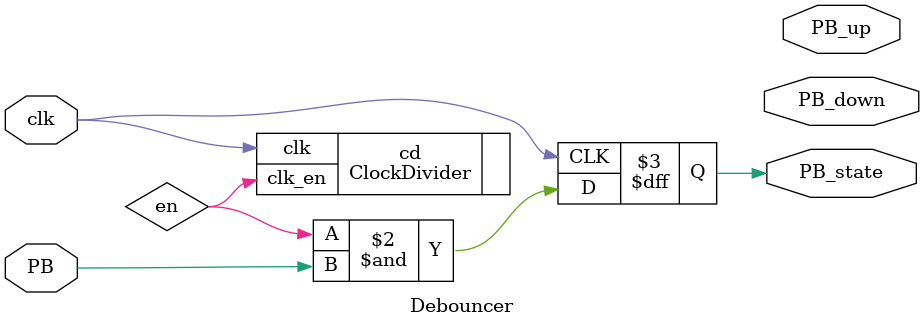
<source format=sv>
module Debouncer(
    input clk,
    input PB,  // "PB" is the glitchy, asynchronous to clk, active low push-button signal

    // from which we make three outputs, all synchronous to the clock
    output reg PB_state,  // 1 as long as the push-button is active (down)
    output PB_down,  // 1 for one clock cycle when the push-button goes down (i.e. just pushed)
    output PB_up   // 1 for one clock cycle when the push-button goes up (i.e. just released)
);
    bit en;
    ClockDivider #(16) cd(.clk(clk), .clk_en(en));
    
    always_ff @(posedge clk) PB_state <= en & PB;
endmodule
</source>
